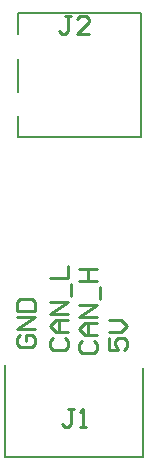
<source format=gbr>
%TF.GenerationSoftware,Altium Limited,Altium Designer,23.3.1 (30)*%
G04 Layer_Color=65535*
%FSLAX45Y45*%
%MOMM*%
%TF.SameCoordinates,3978930B-4288-4960-BFFB-EFBA2ACA1435*%
%TF.FilePolarity,Positive*%
%TF.FileFunction,Legend,Top*%
%TF.Part,Single*%
G01*
G75*
%TA.AperFunction,NonConductor*%
%ADD15C,0.20000*%
%ADD16C,0.25400*%
D15*
X150000Y2355000D02*
Y2525000D01*
Y2735000D02*
Y3015000D01*
Y3225000D02*
Y3405000D01*
X1190000Y2355000D02*
Y3405000D01*
X150000Y2355000D02*
X1190000D01*
X150000Y3405000D02*
X1190000D01*
X40000Y-355000D02*
Y425000D01*
Y-355000D02*
X1210000D01*
Y395000D01*
D16*
X697249Y626967D02*
X671857Y601575D01*
Y550792D01*
X697249Y525400D01*
X798816D01*
X824208Y550792D01*
Y601575D01*
X798816Y626967D01*
X824208Y677751D02*
X722641D01*
X671857Y728534D01*
X722641Y779318D01*
X824208D01*
X748033D01*
Y677751D01*
X824208Y830101D02*
X671857D01*
X824208Y931669D01*
X671857D01*
X849600Y982452D02*
Y1084019D01*
X671857Y1134803D02*
X824208D01*
X748033D01*
Y1236370D01*
X671857D01*
X824208D01*
X447249Y651967D02*
X421857Y626575D01*
Y575792D01*
X447249Y550400D01*
X548816D01*
X574208Y575792D01*
Y626575D01*
X548816Y651967D01*
X574208Y702751D02*
X472641D01*
X421857Y753534D01*
X472641Y804318D01*
X574208D01*
X498033D01*
Y702751D01*
X574208Y855101D02*
X421857D01*
X574208Y956669D01*
X421857D01*
X599600Y1007452D02*
Y1109019D01*
X421857Y1159803D02*
X574208D01*
Y1261370D01*
X922249Y651967D02*
Y550400D01*
X998424D01*
X973033Y601183D01*
Y626575D01*
X998424Y651967D01*
X1049208D01*
X1074600Y626575D01*
Y575792D01*
X1049208Y550400D01*
X922249Y702751D02*
X1023816D01*
X1074600Y753534D01*
X1023816Y804318D01*
X922249D01*
X172641Y676967D02*
X147249Y651575D01*
Y600792D01*
X172641Y575400D01*
X274208D01*
X299600Y600792D01*
Y651575D01*
X274208Y676967D01*
X223424D01*
Y626183D01*
X299600Y727751D02*
X147249D01*
X299600Y829318D01*
X147249D01*
Y880101D02*
X299600D01*
Y956277D01*
X274208Y981669D01*
X172641D01*
X147249Y956277D01*
Y880101D01*
X599608Y3376175D02*
X548824D01*
X574216D01*
Y3249217D01*
X548824Y3223825D01*
X523433D01*
X498041Y3249217D01*
X751959Y3223825D02*
X650392D01*
X751959Y3325392D01*
Y3350783D01*
X726567Y3376175D01*
X675784D01*
X650392Y3350783D01*
X625000Y51175D02*
X574216D01*
X599608D01*
Y-75783D01*
X574216Y-101175D01*
X548825D01*
X523433Y-75783D01*
X675784Y-101175D02*
X726567D01*
X701175D01*
Y51175D01*
X675784Y25784D01*
%TF.MD5,75c2056b9766266ad791c667594d3b62*%
M02*

</source>
